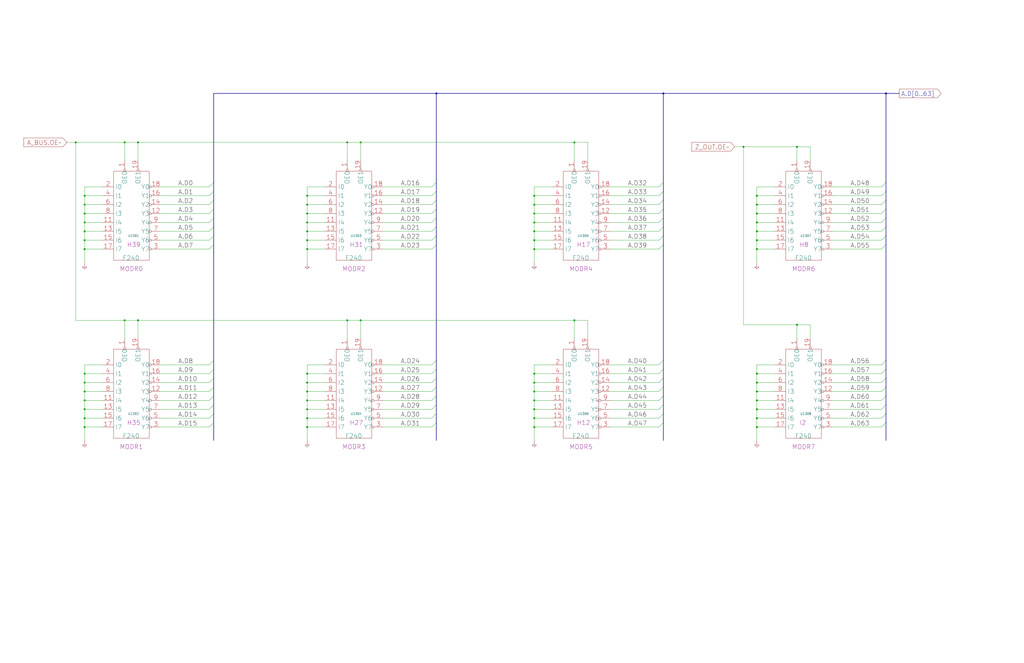
<source format=kicad_sch>
(kicad_sch (version 20220126) (generator eeschema)
  (paper "User" 584.2 378.46)
  (title_block (title "LOOP COUNTER LOGIC\\nZERO DRIVERS") (date "15-MAR-90") (rev "1.0") (comment 1 "TYPE") (comment 2 "232-003062") (comment 3 "S400") (comment 4 "RELEASED"))
  (lib_symbols
    (symbol "r1000:F240" (pin_names (offset 1.016))
      (property "Reference" "U" (at 2.54 5.08 0))
      (property "Value" "F240" (at -3.81 -7.62 0))
      (property "Location" "___" (at -1.27 0 0))
      (property "Name" "______" (at 1.27 -15.24 0))
      (symbol "F240_1_1"
        (rectangle (start -8.89 41.91) (end 11.43 -8.89))
        (circle (center -2.54 42.545) (radius 0.635))
        (circle (center 5.08 42.545) (radius 0.635))
        (circle (center 12.065 -2.54) (radius 0.635))
        (circle (center 12.065 2.54) (radius 0.635))
        (circle (center 12.065 7.62) (radius 0.635))
        (circle (center 12.065 12.7) (radius 0.635))
        (circle (center 12.065 17.78) (radius 0.635))
        (circle (center 12.065 22.86) (radius 0.635))
        (circle (center 12.065 27.94) (radius 0.635))
        (circle (center 12.065 33.02) (radius 0.635))
        (pin input line (at -2.54 48.26 270) (length 5.08) (name "OE0") (number "1"))
        (pin input line (at -15.24 12.7 0) (length 6.35) (name "I4") (number "11"))
        (pin tri_state line (at 17.78 17.78 180) (length 5.08) (name "Y3") (number "12"))
        (pin input line (at -15.24 7.62 0) (length 6.35) (name "I5") (number "13"))
        (pin tri_state line (at 17.78 22.86 180) (length 5.08) (name "Y2") (number "14"))
        (pin input line (at -15.24 2.54 0) (length 6.35) (name "I6") (number "15"))
        (pin tri_state line (at 17.78 27.94 180) (length 5.08) (name "Y1") (number "16"))
        (pin input line (at -15.24 -2.54 0) (length 6.35) (name "I7") (number "17"))
        (pin tri_state line (at 17.78 33.02 180) (length 5.08) (name "Y0") (number "18"))
        (pin input line (at 5.08 48.26 270) (length 5.08) (name "OE1") (number "19"))
        (pin input line (at -15.24 33.02 0) (length 6.35) (name "I0") (number "2"))
        (pin tri_state line (at 17.78 -2.54 180) (length 5.08) (name "Y7") (number "3"))
        (pin input line (at -15.24 27.94 0) (length 6.35) (name "I1") (number "4"))
        (pin tri_state line (at 17.78 2.54 180) (length 5.08) (name "Y6") (number "5"))
        (pin input line (at -15.24 22.86 0) (length 6.35) (name "I2") (number "6"))
        (pin tri_state line (at 17.78 7.62 180) (length 5.08) (name "Y5") (number "7"))
        (pin input line (at -15.24 17.78 0) (length 6.35) (name "I3") (number "8"))
        (pin tri_state line (at 17.78 12.7 180) (length 5.08) (name "Y4") (number "9"))
      )
    )
    (symbol "r1000:PD" (power) (pin_numbers hide) (pin_names hide) (in_bom no)
      (symbol "PD_0_1"
        (polyline (pts (xy 0 -2.54) (xy 1.27 -2.54) (xy 0 -3.81) (xy -1.27 -2.54) (xy 0 -2.54)) (stroke (width 0.1524)))
      )
      (symbol "PD_1_1"
        (pin power_in line (at 0 0 270) (length 2.54) (name "PD") (number "1"))
      )
    )
  )
  (bus (pts (xy 121.92 104.14) (xy 121.92 109.22)))
  (bus (pts (xy 121.92 109.22) (xy 121.92 114.3)))
  (bus (pts (xy 121.92 114.3) (xy 121.92 119.38)))
  (bus (pts (xy 121.92 119.38) (xy 121.92 124.46)))
  (bus (pts (xy 121.92 124.46) (xy 121.92 129.54)))
  (bus (pts (xy 121.92 129.54) (xy 121.92 134.62)))
  (bus (pts (xy 121.92 134.62) (xy 121.92 139.7)))
  (bus (pts (xy 121.92 139.7) (xy 121.92 205.74)))
  (bus (pts (xy 121.92 205.74) (xy 121.92 210.82)))
  (bus (pts (xy 121.92 210.82) (xy 121.92 215.9)))
  (bus (pts (xy 121.92 215.9) (xy 121.92 220.98)))
  (bus (pts (xy 121.92 220.98) (xy 121.92 226.06)))
  (bus (pts (xy 121.92 226.06) (xy 121.92 231.14)))
  (bus (pts (xy 121.92 231.14) (xy 121.92 236.22)))
  (bus (pts (xy 121.92 236.22) (xy 121.92 241.3)))
  (bus (pts (xy 121.92 241.3) (xy 121.92 251.46)))
  (bus (pts (xy 121.92 53.34) (xy 121.92 104.14)))
  (bus (pts (xy 121.92 53.34) (xy 248.92 53.34)))
  (bus (pts (xy 248.92 104.14) (xy 248.92 109.22)))
  (bus (pts (xy 248.92 109.22) (xy 248.92 114.3)))
  (bus (pts (xy 248.92 114.3) (xy 248.92 119.38)))
  (bus (pts (xy 248.92 119.38) (xy 248.92 124.46)))
  (bus (pts (xy 248.92 124.46) (xy 248.92 129.54)))
  (bus (pts (xy 248.92 129.54) (xy 248.92 134.62)))
  (bus (pts (xy 248.92 134.62) (xy 248.92 139.7)))
  (bus (pts (xy 248.92 139.7) (xy 248.92 205.74)))
  (bus (pts (xy 248.92 205.74) (xy 248.92 210.82)))
  (bus (pts (xy 248.92 210.82) (xy 248.92 215.9)))
  (bus (pts (xy 248.92 215.9) (xy 248.92 220.98)))
  (bus (pts (xy 248.92 220.98) (xy 248.92 226.06)))
  (bus (pts (xy 248.92 226.06) (xy 248.92 231.14)))
  (bus (pts (xy 248.92 231.14) (xy 248.92 236.22)))
  (bus (pts (xy 248.92 236.22) (xy 248.92 241.3)))
  (bus (pts (xy 248.92 241.3) (xy 248.92 251.46)))
  (bus (pts (xy 248.92 53.34) (xy 248.92 104.14)))
  (bus (pts (xy 248.92 53.34) (xy 378.46 53.34)))
  (bus (pts (xy 378.46 104.14) (xy 378.46 109.22)))
  (bus (pts (xy 378.46 109.22) (xy 378.46 114.3)))
  (bus (pts (xy 378.46 114.3) (xy 378.46 119.38)))
  (bus (pts (xy 378.46 119.38) (xy 378.46 124.46)))
  (bus (pts (xy 378.46 124.46) (xy 378.46 129.54)))
  (bus (pts (xy 378.46 129.54) (xy 378.46 134.62)))
  (bus (pts (xy 378.46 134.62) (xy 378.46 139.7)))
  (bus (pts (xy 378.46 139.7) (xy 378.46 205.74)))
  (bus (pts (xy 378.46 205.74) (xy 378.46 210.82)))
  (bus (pts (xy 378.46 210.82) (xy 378.46 215.9)))
  (bus (pts (xy 378.46 215.9) (xy 378.46 220.98)))
  (bus (pts (xy 378.46 220.98) (xy 378.46 226.06)))
  (bus (pts (xy 378.46 226.06) (xy 378.46 231.14)))
  (bus (pts (xy 378.46 231.14) (xy 378.46 236.22)))
  (bus (pts (xy 378.46 236.22) (xy 378.46 241.3)))
  (bus (pts (xy 378.46 241.3) (xy 378.46 251.46)))
  (bus (pts (xy 378.46 53.34) (xy 378.46 104.14)))
  (bus (pts (xy 378.46 53.34) (xy 505.46 53.34)))
  (bus (pts (xy 505.46 104.14) (xy 505.46 109.22)))
  (bus (pts (xy 505.46 109.22) (xy 505.46 114.3)))
  (bus (pts (xy 505.46 114.3) (xy 505.46 119.38)))
  (bus (pts (xy 505.46 119.38) (xy 505.46 124.46)))
  (bus (pts (xy 505.46 124.46) (xy 505.46 129.54)))
  (bus (pts (xy 505.46 129.54) (xy 505.46 134.62)))
  (bus (pts (xy 505.46 134.62) (xy 505.46 139.7)))
  (bus (pts (xy 505.46 139.7) (xy 505.46 205.74)))
  (bus (pts (xy 505.46 205.74) (xy 505.46 210.82)))
  (bus (pts (xy 505.46 210.82) (xy 505.46 215.9)))
  (bus (pts (xy 505.46 215.9) (xy 505.46 220.98)))
  (bus (pts (xy 505.46 220.98) (xy 505.46 226.06)))
  (bus (pts (xy 505.46 226.06) (xy 505.46 231.14)))
  (bus (pts (xy 505.46 231.14) (xy 505.46 236.22)))
  (bus (pts (xy 505.46 236.22) (xy 505.46 241.3)))
  (bus (pts (xy 505.46 241.3) (xy 505.46 251.46)))
  (bus (pts (xy 505.46 53.34) (xy 505.46 104.14)))
  (bus (pts (xy 505.46 53.34) (xy 513.08 53.34)))
  (wire (pts (xy 175.26 106.68) (xy 175.26 111.76)))
  (wire (pts (xy 175.26 111.76) (xy 175.26 116.84)))
  (wire (pts (xy 175.26 111.76) (xy 185.42 111.76)))
  (wire (pts (xy 175.26 116.84) (xy 175.26 121.92)))
  (wire (pts (xy 175.26 116.84) (xy 185.42 116.84)))
  (wire (pts (xy 175.26 121.92) (xy 175.26 127)))
  (wire (pts (xy 175.26 121.92) (xy 185.42 121.92)))
  (wire (pts (xy 175.26 127) (xy 175.26 132.08)))
  (wire (pts (xy 175.26 127) (xy 185.42 127)))
  (wire (pts (xy 175.26 132.08) (xy 175.26 137.16)))
  (wire (pts (xy 175.26 132.08) (xy 185.42 132.08)))
  (wire (pts (xy 175.26 137.16) (xy 175.26 142.24)))
  (wire (pts (xy 175.26 137.16) (xy 185.42 137.16)))
  (wire (pts (xy 175.26 142.24) (xy 175.26 149.86)))
  (wire (pts (xy 175.26 142.24) (xy 185.42 142.24)))
  (wire (pts (xy 175.26 208.28) (xy 175.26 213.36)))
  (wire (pts (xy 175.26 213.36) (xy 175.26 218.44)))
  (wire (pts (xy 175.26 213.36) (xy 185.42 213.36)))
  (wire (pts (xy 175.26 218.44) (xy 175.26 223.52)))
  (wire (pts (xy 175.26 218.44) (xy 185.42 218.44)))
  (wire (pts (xy 175.26 223.52) (xy 175.26 228.6)))
  (wire (pts (xy 175.26 223.52) (xy 185.42 223.52)))
  (wire (pts (xy 175.26 228.6) (xy 175.26 233.68)))
  (wire (pts (xy 175.26 228.6) (xy 185.42 228.6)))
  (wire (pts (xy 175.26 233.68) (xy 175.26 238.76)))
  (wire (pts (xy 175.26 233.68) (xy 185.42 233.68)))
  (wire (pts (xy 175.26 238.76) (xy 175.26 243.84)))
  (wire (pts (xy 175.26 238.76) (xy 185.42 238.76)))
  (wire (pts (xy 175.26 243.84) (xy 175.26 251.46)))
  (wire (pts (xy 175.26 243.84) (xy 185.42 243.84)))
  (wire (pts (xy 185.42 106.68) (xy 175.26 106.68)))
  (wire (pts (xy 185.42 208.28) (xy 175.26 208.28)))
  (wire (pts (xy 198.12 182.88) (xy 198.12 193.04)))
  (wire (pts (xy 198.12 182.88) (xy 78.74 182.88)))
  (wire (pts (xy 198.12 81.28) (xy 198.12 91.44)))
  (wire (pts (xy 198.12 81.28) (xy 205.74 81.28)))
  (wire (pts (xy 205.74 182.88) (xy 198.12 182.88)))
  (wire (pts (xy 205.74 182.88) (xy 205.74 193.04)))
  (wire (pts (xy 205.74 81.28) (xy 205.74 91.44)))
  (wire (pts (xy 205.74 81.28) (xy 327.66 81.28)))
  (wire (pts (xy 218.44 106.68) (xy 246.38 106.68)))
  (wire (pts (xy 218.44 111.76) (xy 246.38 111.76)))
  (wire (pts (xy 218.44 116.84) (xy 246.38 116.84)))
  (wire (pts (xy 218.44 121.92) (xy 246.38 121.92)))
  (wire (pts (xy 218.44 127) (xy 246.38 127)))
  (wire (pts (xy 218.44 132.08) (xy 246.38 132.08)))
  (wire (pts (xy 218.44 137.16) (xy 246.38 137.16)))
  (wire (pts (xy 218.44 142.24) (xy 246.38 142.24)))
  (wire (pts (xy 218.44 208.28) (xy 246.38 208.28)))
  (wire (pts (xy 218.44 213.36) (xy 246.38 213.36)))
  (wire (pts (xy 218.44 218.44) (xy 246.38 218.44)))
  (wire (pts (xy 218.44 223.52) (xy 246.38 223.52)))
  (wire (pts (xy 218.44 228.6) (xy 246.38 228.6)))
  (wire (pts (xy 218.44 233.68) (xy 246.38 233.68)))
  (wire (pts (xy 218.44 238.76) (xy 246.38 238.76)))
  (wire (pts (xy 218.44 243.84) (xy 246.38 243.84)))
  (wire (pts (xy 304.8 106.68) (xy 304.8 111.76)))
  (wire (pts (xy 304.8 111.76) (xy 304.8 116.84)))
  (wire (pts (xy 304.8 111.76) (xy 314.96 111.76)))
  (wire (pts (xy 304.8 116.84) (xy 304.8 121.92)))
  (wire (pts (xy 304.8 116.84) (xy 314.96 116.84)))
  (wire (pts (xy 304.8 121.92) (xy 304.8 127)))
  (wire (pts (xy 304.8 121.92) (xy 314.96 121.92)))
  (wire (pts (xy 304.8 127) (xy 304.8 132.08)))
  (wire (pts (xy 304.8 127) (xy 314.96 127)))
  (wire (pts (xy 304.8 132.08) (xy 304.8 137.16)))
  (wire (pts (xy 304.8 132.08) (xy 314.96 132.08)))
  (wire (pts (xy 304.8 137.16) (xy 304.8 142.24)))
  (wire (pts (xy 304.8 137.16) (xy 314.96 137.16)))
  (wire (pts (xy 304.8 142.24) (xy 304.8 149.86)))
  (wire (pts (xy 304.8 142.24) (xy 314.96 142.24)))
  (wire (pts (xy 304.8 208.28) (xy 304.8 213.36)))
  (wire (pts (xy 304.8 213.36) (xy 304.8 218.44)))
  (wire (pts (xy 304.8 213.36) (xy 314.96 213.36)))
  (wire (pts (xy 304.8 218.44) (xy 304.8 223.52)))
  (wire (pts (xy 304.8 218.44) (xy 314.96 218.44)))
  (wire (pts (xy 304.8 223.52) (xy 304.8 228.6)))
  (wire (pts (xy 304.8 223.52) (xy 314.96 223.52)))
  (wire (pts (xy 304.8 228.6) (xy 304.8 233.68)))
  (wire (pts (xy 304.8 228.6) (xy 314.96 228.6)))
  (wire (pts (xy 304.8 233.68) (xy 304.8 238.76)))
  (wire (pts (xy 304.8 233.68) (xy 314.96 233.68)))
  (wire (pts (xy 304.8 238.76) (xy 304.8 243.84)))
  (wire (pts (xy 304.8 238.76) (xy 314.96 238.76)))
  (wire (pts (xy 304.8 243.84) (xy 304.8 251.46)))
  (wire (pts (xy 304.8 243.84) (xy 314.96 243.84)))
  (wire (pts (xy 314.96 106.68) (xy 304.8 106.68)))
  (wire (pts (xy 314.96 208.28) (xy 304.8 208.28)))
  (wire (pts (xy 327.66 182.88) (xy 205.74 182.88)))
  (wire (pts (xy 327.66 182.88) (xy 327.66 193.04)))
  (wire (pts (xy 327.66 81.28) (xy 327.66 91.44)))
  (wire (pts (xy 327.66 81.28) (xy 335.28 81.28)))
  (wire (pts (xy 335.28 182.88) (xy 327.66 182.88)))
  (wire (pts (xy 335.28 182.88) (xy 335.28 193.04)))
  (wire (pts (xy 335.28 81.28) (xy 335.28 91.44)))
  (wire (pts (xy 347.98 106.68) (xy 375.92 106.68)))
  (wire (pts (xy 347.98 111.76) (xy 375.92 111.76)))
  (wire (pts (xy 347.98 116.84) (xy 375.92 116.84)))
  (wire (pts (xy 347.98 121.92) (xy 375.92 121.92)))
  (wire (pts (xy 347.98 127) (xy 375.92 127)))
  (wire (pts (xy 347.98 132.08) (xy 375.92 132.08)))
  (wire (pts (xy 347.98 137.16) (xy 375.92 137.16)))
  (wire (pts (xy 347.98 142.24) (xy 375.92 142.24)))
  (wire (pts (xy 347.98 208.28) (xy 375.92 208.28)))
  (wire (pts (xy 347.98 213.36) (xy 375.92 213.36)))
  (wire (pts (xy 347.98 218.44) (xy 375.92 218.44)))
  (wire (pts (xy 347.98 223.52) (xy 375.92 223.52)))
  (wire (pts (xy 347.98 228.6) (xy 375.92 228.6)))
  (wire (pts (xy 347.98 233.68) (xy 375.92 233.68)))
  (wire (pts (xy 347.98 238.76) (xy 375.92 238.76)))
  (wire (pts (xy 347.98 243.84) (xy 375.92 243.84)))
  (wire (pts (xy 38.1 81.28) (xy 43.18 81.28)))
  (wire (pts (xy 419.1 83.82) (xy 424.18 83.82)))
  (wire (pts (xy 424.18 185.42) (xy 424.18 83.82)))
  (wire (pts (xy 424.18 83.82) (xy 454.66 83.82)))
  (wire (pts (xy 43.18 182.88) (xy 43.18 81.28)))
  (wire (pts (xy 43.18 81.28) (xy 71.12 81.28)))
  (wire (pts (xy 431.8 106.68) (xy 431.8 111.76)))
  (wire (pts (xy 431.8 111.76) (xy 431.8 116.84)))
  (wire (pts (xy 431.8 111.76) (xy 441.96 111.76)))
  (wire (pts (xy 431.8 116.84) (xy 431.8 121.92)))
  (wire (pts (xy 431.8 116.84) (xy 441.96 116.84)))
  (wire (pts (xy 431.8 121.92) (xy 431.8 127)))
  (wire (pts (xy 431.8 121.92) (xy 441.96 121.92)))
  (wire (pts (xy 431.8 127) (xy 431.8 132.08)))
  (wire (pts (xy 431.8 127) (xy 441.96 127)))
  (wire (pts (xy 431.8 132.08) (xy 431.8 137.16)))
  (wire (pts (xy 431.8 132.08) (xy 441.96 132.08)))
  (wire (pts (xy 431.8 137.16) (xy 431.8 142.24)))
  (wire (pts (xy 431.8 137.16) (xy 441.96 137.16)))
  (wire (pts (xy 431.8 142.24) (xy 431.8 149.86)))
  (wire (pts (xy 431.8 142.24) (xy 441.96 142.24)))
  (wire (pts (xy 431.8 208.28) (xy 431.8 213.36)))
  (wire (pts (xy 431.8 213.36) (xy 431.8 218.44)))
  (wire (pts (xy 431.8 213.36) (xy 441.96 213.36)))
  (wire (pts (xy 431.8 218.44) (xy 431.8 223.52)))
  (wire (pts (xy 431.8 218.44) (xy 441.96 218.44)))
  (wire (pts (xy 431.8 223.52) (xy 431.8 228.6)))
  (wire (pts (xy 431.8 223.52) (xy 441.96 223.52)))
  (wire (pts (xy 431.8 228.6) (xy 431.8 233.68)))
  (wire (pts (xy 431.8 228.6) (xy 441.96 228.6)))
  (wire (pts (xy 431.8 233.68) (xy 431.8 238.76)))
  (wire (pts (xy 431.8 233.68) (xy 441.96 233.68)))
  (wire (pts (xy 431.8 238.76) (xy 431.8 243.84)))
  (wire (pts (xy 431.8 238.76) (xy 441.96 238.76)))
  (wire (pts (xy 431.8 243.84) (xy 431.8 251.46)))
  (wire (pts (xy 431.8 243.84) (xy 441.96 243.84)))
  (wire (pts (xy 441.96 106.68) (xy 431.8 106.68)))
  (wire (pts (xy 441.96 208.28) (xy 431.8 208.28)))
  (wire (pts (xy 454.66 185.42) (xy 424.18 185.42)))
  (wire (pts (xy 454.66 185.42) (xy 454.66 193.04)))
  (wire (pts (xy 454.66 83.82) (xy 454.66 91.44)))
  (wire (pts (xy 454.66 83.82) (xy 462.28 83.82)))
  (wire (pts (xy 462.28 185.42) (xy 454.66 185.42)))
  (wire (pts (xy 462.28 185.42) (xy 462.28 193.04)))
  (wire (pts (xy 462.28 83.82) (xy 462.28 91.44)))
  (wire (pts (xy 474.98 106.68) (xy 502.92 106.68)))
  (wire (pts (xy 474.98 111.76) (xy 502.92 111.76)))
  (wire (pts (xy 474.98 116.84) (xy 502.92 116.84)))
  (wire (pts (xy 474.98 121.92) (xy 502.92 121.92)))
  (wire (pts (xy 474.98 127) (xy 502.92 127)))
  (wire (pts (xy 474.98 132.08) (xy 502.92 132.08)))
  (wire (pts (xy 474.98 137.16) (xy 502.92 137.16)))
  (wire (pts (xy 474.98 142.24) (xy 502.92 142.24)))
  (wire (pts (xy 474.98 208.28) (xy 502.92 208.28)))
  (wire (pts (xy 474.98 213.36) (xy 502.92 213.36)))
  (wire (pts (xy 474.98 218.44) (xy 502.92 218.44)))
  (wire (pts (xy 474.98 223.52) (xy 502.92 223.52)))
  (wire (pts (xy 474.98 228.6) (xy 502.92 228.6)))
  (wire (pts (xy 474.98 233.68) (xy 502.92 233.68)))
  (wire (pts (xy 474.98 238.76) (xy 502.92 238.76)))
  (wire (pts (xy 474.98 243.84) (xy 502.92 243.84)))
  (wire (pts (xy 48.26 106.68) (xy 48.26 111.76)))
  (wire (pts (xy 48.26 111.76) (xy 48.26 116.84)))
  (wire (pts (xy 48.26 111.76) (xy 58.42 111.76)))
  (wire (pts (xy 48.26 116.84) (xy 48.26 121.92)))
  (wire (pts (xy 48.26 116.84) (xy 58.42 116.84)))
  (wire (pts (xy 48.26 121.92) (xy 48.26 127)))
  (wire (pts (xy 48.26 121.92) (xy 58.42 121.92)))
  (wire (pts (xy 48.26 127) (xy 48.26 132.08)))
  (wire (pts (xy 48.26 127) (xy 58.42 127)))
  (wire (pts (xy 48.26 132.08) (xy 48.26 137.16)))
  (wire (pts (xy 48.26 132.08) (xy 58.42 132.08)))
  (wire (pts (xy 48.26 137.16) (xy 48.26 142.24)))
  (wire (pts (xy 48.26 137.16) (xy 58.42 137.16)))
  (wire (pts (xy 48.26 142.24) (xy 48.26 149.86)))
  (wire (pts (xy 48.26 142.24) (xy 58.42 142.24)))
  (wire (pts (xy 48.26 208.28) (xy 48.26 213.36)))
  (wire (pts (xy 48.26 213.36) (xy 48.26 218.44)))
  (wire (pts (xy 48.26 213.36) (xy 58.42 213.36)))
  (wire (pts (xy 48.26 218.44) (xy 48.26 223.52)))
  (wire (pts (xy 48.26 218.44) (xy 58.42 218.44)))
  (wire (pts (xy 48.26 223.52) (xy 48.26 228.6)))
  (wire (pts (xy 48.26 223.52) (xy 58.42 223.52)))
  (wire (pts (xy 48.26 228.6) (xy 48.26 233.68)))
  (wire (pts (xy 48.26 228.6) (xy 58.42 228.6)))
  (wire (pts (xy 48.26 233.68) (xy 48.26 238.76)))
  (wire (pts (xy 48.26 233.68) (xy 58.42 233.68)))
  (wire (pts (xy 48.26 238.76) (xy 48.26 243.84)))
  (wire (pts (xy 48.26 238.76) (xy 58.42 238.76)))
  (wire (pts (xy 48.26 243.84) (xy 48.26 251.46)))
  (wire (pts (xy 48.26 243.84) (xy 58.42 243.84)))
  (wire (pts (xy 58.42 106.68) (xy 48.26 106.68)))
  (wire (pts (xy 58.42 208.28) (xy 48.26 208.28)))
  (wire (pts (xy 71.12 182.88) (xy 43.18 182.88)))
  (wire (pts (xy 71.12 182.88) (xy 71.12 193.04)))
  (wire (pts (xy 71.12 81.28) (xy 71.12 91.44)))
  (wire (pts (xy 71.12 81.28) (xy 78.74 81.28)))
  (wire (pts (xy 78.74 182.88) (xy 71.12 182.88)))
  (wire (pts (xy 78.74 182.88) (xy 78.74 193.04)))
  (wire (pts (xy 78.74 81.28) (xy 198.12 81.28)))
  (wire (pts (xy 78.74 81.28) (xy 78.74 91.44)))
  (wire (pts (xy 91.44 106.68) (xy 119.38 106.68)))
  (wire (pts (xy 91.44 111.76) (xy 119.38 111.76)))
  (wire (pts (xy 91.44 116.84) (xy 119.38 116.84)))
  (wire (pts (xy 91.44 121.92) (xy 119.38 121.92)))
  (wire (pts (xy 91.44 127) (xy 119.38 127)))
  (wire (pts (xy 91.44 132.08) (xy 119.38 132.08)))
  (wire (pts (xy 91.44 137.16) (xy 119.38 137.16)))
  (wire (pts (xy 91.44 142.24) (xy 119.38 142.24)))
  (wire (pts (xy 91.44 208.28) (xy 119.38 208.28)))
  (wire (pts (xy 91.44 213.36) (xy 119.38 213.36)))
  (wire (pts (xy 91.44 218.44) (xy 119.38 218.44)))
  (wire (pts (xy 91.44 223.52) (xy 119.38 223.52)))
  (wire (pts (xy 91.44 228.6) (xy 119.38 228.6)))
  (wire (pts (xy 91.44 233.68) (xy 119.38 233.68)))
  (wire (pts (xy 91.44 238.76) (xy 119.38 238.76)))
  (wire (pts (xy 91.44 243.84) (xy 119.38 243.84)))
  (global_label "A_BUS.OE~" (shape input) (at 38.1 81.28 180) (effects (font (size 2.54 2.54))) (property "Intersheet References" "${INTERSHEET_REFS}" (at 13.5588 81.1213 0) (effects (font (size 2.54 2.54)) (justify right))))
  (junction (at 43.18 81.28))
  (junction (at 48.26 111.76))
  (junction (at 48.26 116.84))
  (junction (at 48.26 121.92))
  (junction (at 48.26 127))
  (junction (at 48.26 132.08))
  (junction (at 48.26 137.16))
  (junction (at 48.26 142.24))
  (symbol (lib_id "r1000:PD") (at 48.26 149.86 0) (unit 1) (in_bom no)
    (property "Reference" "#PWR01301" (effects hide))
    (property "Value" "PD" (effects hide))
  )
  (junction (at 48.26 213.36))
  (junction (at 48.26 218.44))
  (junction (at 48.26 223.52))
  (junction (at 48.26 228.6))
  (junction (at 48.26 233.68))
  (junction (at 48.26 238.76))
  (junction (at 48.26 243.84))
  (symbol (lib_id "r1000:PD") (at 48.26 251.46 0) (unit 1) (in_bom no)
    (property "Reference" "#PWR01302" (effects hide))
    (property "Value" "PD" (effects hide))
  )
  (junction (at 71.12 81.28))
  (junction (at 71.12 182.88))
  (symbol (lib_id "r1000:F240") (at 73.66 139.7 0) (unit 1)
    (property "Reference" "U1301" (at 76.2 134.62 0))
    (property "Value" "F240" (at 69.85 147.32 0) (effects (font (size 2.54 2.54)) (justify left)))
    (property "Location" "H39" (at 72.39 139.7 0) (effects (font (size 2.54 2.54)) (justify left)))
    (property "Name" "MODR0" (at 74.93 154.94 0) (effects (font (size 2.54 2.54)) (justify bottom)))
  )
  (symbol (lib_id "r1000:F240") (at 73.66 241.3 0) (unit 1)
    (property "Reference" "U1302" (at 76.2 236.22 0))
    (property "Value" "F240" (at 69.85 248.92 0) (effects (font (size 2.54 2.54)) (justify left)))
    (property "Location" "H35" (at 72.39 241.3 0) (effects (font (size 2.54 2.54)) (justify left)))
    (property "Name" "MODR1" (at 74.93 256.54 0) (effects (font (size 2.54 2.54)) (justify bottom)))
  )
  (junction (at 78.74 81.28))
  (junction (at 78.74 182.88))
  (label "A.D0" (at 101.6 106.68 0) (effects (font (size 2.54 2.54))))
  (label "A.D1" (at 101.6 111.76 0) (effects (font (size 2.54 2.54))))
  (label "A.D2" (at 101.6 116.84 0) (effects (font (size 2.54 2.54))))
  (label "A.D3" (at 101.6 121.92 0) (effects (font (size 2.54 2.54))))
  (label "A.D4" (at 101.6 127 0) (effects (font (size 2.54 2.54))))
  (label "A.D5" (at 101.6 132.08 0) (effects (font (size 2.54 2.54))))
  (label "A.D6" (at 101.6 137.16 0) (effects (font (size 2.54 2.54))))
  (label "A.D7" (at 101.6 142.24 0) (effects (font (size 2.54 2.54))))
  (label "A.D8" (at 101.6 208.28 0) (effects (font (size 2.54 2.54))))
  (label "A.D9" (at 101.6 213.36 0) (effects (font (size 2.54 2.54))))
  (label "A.D10" (at 101.6 218.44 0) (effects (font (size 2.54 2.54))))
  (label "A.D11" (at 101.6 223.52 0) (effects (font (size 2.54 2.54))))
  (label "A.D12" (at 101.6 228.6 0) (effects (font (size 2.54 2.54))))
  (label "A.D13" (at 101.6 233.68 0) (effects (font (size 2.54 2.54))))
  (label "A.D14" (at 101.6 238.76 0) (effects (font (size 2.54 2.54))))
  (label "A.D15" (at 101.6 243.84 0) (effects (font (size 2.54 2.54))))
  (bus_entry (at 121.92 104.14) (size -2.54 2.54))
  (bus_entry (at 121.92 109.22) (size -2.54 2.54))
  (bus_entry (at 121.92 114.3) (size -2.54 2.54))
  (bus_entry (at 121.92 119.38) (size -2.54 2.54))
  (bus_entry (at 121.92 124.46) (size -2.54 2.54))
  (bus_entry (at 121.92 129.54) (size -2.54 2.54))
  (bus_entry (at 121.92 134.62) (size -2.54 2.54))
  (bus_entry (at 121.92 139.7) (size -2.54 2.54))
  (bus_entry (at 121.92 205.74) (size -2.54 2.54))
  (bus_entry (at 121.92 210.82) (size -2.54 2.54))
  (bus_entry (at 121.92 215.9) (size -2.54 2.54))
  (bus_entry (at 121.92 220.98) (size -2.54 2.54))
  (bus_entry (at 121.92 226.06) (size -2.54 2.54))
  (bus_entry (at 121.92 231.14) (size -2.54 2.54))
  (bus_entry (at 121.92 236.22) (size -2.54 2.54))
  (bus_entry (at 121.92 241.3) (size -2.54 2.54))
  (junction (at 175.26 111.76))
  (junction (at 175.26 116.84))
  (junction (at 175.26 121.92))
  (junction (at 175.26 127))
  (junction (at 175.26 132.08))
  (junction (at 175.26 137.16))
  (junction (at 175.26 142.24))
  (symbol (lib_id "r1000:PD") (at 175.26 149.86 0) (unit 1) (in_bom no)
    (property "Reference" "#PWR01303" (effects hide))
    (property "Value" "PD" (effects hide))
  )
  (junction (at 175.26 213.36))
  (junction (at 175.26 218.44))
  (junction (at 175.26 223.52))
  (junction (at 175.26 228.6))
  (junction (at 175.26 233.68))
  (junction (at 175.26 238.76))
  (junction (at 175.26 243.84))
  (symbol (lib_id "r1000:PD") (at 175.26 251.46 0) (unit 1) (in_bom no)
    (property "Reference" "#PWR01304" (effects hide))
    (property "Value" "PD" (effects hide))
  )
  (junction (at 198.12 81.28))
  (junction (at 198.12 182.88))
  (symbol (lib_id "r1000:F240") (at 200.66 139.7 0) (unit 1)
    (property "Reference" "U1303" (at 203.2 134.62 0))
    (property "Value" "F240" (at 196.85 147.32 0) (effects (font (size 2.54 2.54)) (justify left)))
    (property "Location" "H31" (at 199.39 139.7 0) (effects (font (size 2.54 2.54)) (justify left)))
    (property "Name" "MODR2" (at 201.93 154.94 0) (effects (font (size 2.54 2.54)) (justify bottom)))
  )
  (symbol (lib_id "r1000:F240") (at 200.66 241.3 0) (unit 1)
    (property "Reference" "U1304" (at 203.2 236.22 0))
    (property "Value" "F240" (at 196.85 248.92 0) (effects (font (size 2.54 2.54)) (justify left)))
    (property "Location" "H27" (at 199.39 241.3 0) (effects (font (size 2.54 2.54)) (justify left)))
    (property "Name" "MODR3" (at 201.93 256.54 0) (effects (font (size 2.54 2.54)) (justify bottom)))
  )
  (junction (at 205.74 81.28))
  (junction (at 205.74 182.88))
  (label "A.D16" (at 228.6 106.68 0) (effects (font (size 2.54 2.54))))
  (label "A.D17" (at 228.6 111.76 0) (effects (font (size 2.54 2.54))))
  (label "A.D18" (at 228.6 116.84 0) (effects (font (size 2.54 2.54))))
  (label "A.D19" (at 228.6 121.92 0) (effects (font (size 2.54 2.54))))
  (label "A.D20" (at 228.6 127 0) (effects (font (size 2.54 2.54))))
  (label "A.D21" (at 228.6 132.08 0) (effects (font (size 2.54 2.54))))
  (label "A.D22" (at 228.6 137.16 0) (effects (font (size 2.54 2.54))))
  (label "A.D23" (at 228.6 142.24 0) (effects (font (size 2.54 2.54))))
  (label "A.D24" (at 228.6 208.28 0) (effects (font (size 2.54 2.54))))
  (label "A.D25" (at 228.6 213.36 0) (effects (font (size 2.54 2.54))))
  (label "A.D26" (at 228.6 218.44 0) (effects (font (size 2.54 2.54))))
  (label "A.D27" (at 228.6 223.52 0) (effects (font (size 2.54 2.54))))
  (label "A.D28" (at 228.6 228.6 0) (effects (font (size 2.54 2.54))))
  (label "A.D29" (at 228.6 233.68 0) (effects (font (size 2.54 2.54))))
  (label "A.D30" (at 228.6 238.76 0) (effects (font (size 2.54 2.54))))
  (label "A.D31" (at 228.6 243.84 0) (effects (font (size 2.54 2.54))))
  (junction (at 248.92 53.34))
  (bus_entry (at 248.92 104.14) (size -2.54 2.54))
  (bus_entry (at 248.92 109.22) (size -2.54 2.54))
  (bus_entry (at 248.92 114.3) (size -2.54 2.54))
  (bus_entry (at 248.92 119.38) (size -2.54 2.54))
  (bus_entry (at 248.92 124.46) (size -2.54 2.54))
  (bus_entry (at 248.92 129.54) (size -2.54 2.54))
  (bus_entry (at 248.92 134.62) (size -2.54 2.54))
  (bus_entry (at 248.92 139.7) (size -2.54 2.54))
  (bus_entry (at 248.92 205.74) (size -2.54 2.54))
  (bus_entry (at 248.92 210.82) (size -2.54 2.54))
  (bus_entry (at 248.92 215.9) (size -2.54 2.54))
  (bus_entry (at 248.92 220.98) (size -2.54 2.54))
  (bus_entry (at 248.92 226.06) (size -2.54 2.54))
  (bus_entry (at 248.92 231.14) (size -2.54 2.54))
  (bus_entry (at 248.92 236.22) (size -2.54 2.54))
  (bus_entry (at 248.92 241.3) (size -2.54 2.54))
  (junction (at 304.8 111.76))
  (junction (at 304.8 116.84))
  (junction (at 304.8 121.92))
  (junction (at 304.8 127))
  (junction (at 304.8 132.08))
  (junction (at 304.8 137.16))
  (junction (at 304.8 142.24))
  (symbol (lib_id "r1000:PD") (at 304.8 149.86 0) (unit 1) (in_bom no)
    (property "Reference" "#PWR01305" (effects hide))
    (property "Value" "PD" (effects hide))
  )
  (junction (at 304.8 213.36))
  (junction (at 304.8 218.44))
  (junction (at 304.8 223.52))
  (junction (at 304.8 228.6))
  (junction (at 304.8 233.68))
  (junction (at 304.8 238.76))
  (junction (at 304.8 243.84))
  (symbol (lib_id "r1000:PD") (at 304.8 251.46 0) (unit 1) (in_bom no)
    (property "Reference" "#PWR01306" (effects hide))
    (property "Value" "PD" (effects hide))
  )
  (junction (at 327.66 81.28))
  (junction (at 327.66 182.88))
  (symbol (lib_id "r1000:F240") (at 330.2 139.7 0) (unit 1)
    (property "Reference" "U1305" (at 332.74 134.62 0))
    (property "Value" "F240" (at 326.39 147.32 0) (effects (font (size 2.54 2.54)) (justify left)))
    (property "Location" "H17" (at 328.93 139.7 0) (effects (font (size 2.54 2.54)) (justify left)))
    (property "Name" "MODR4" (at 331.47 154.94 0) (effects (font (size 2.54 2.54)) (justify bottom)))
  )
  (symbol (lib_id "r1000:F240") (at 330.2 241.3 0) (unit 1)
    (property "Reference" "U1306" (at 332.74 236.22 0))
    (property "Value" "F240" (at 326.39 248.92 0) (effects (font (size 2.54 2.54)) (justify left)))
    (property "Location" "H12" (at 328.93 241.3 0) (effects (font (size 2.54 2.54)) (justify left)))
    (property "Name" "MODR5" (at 331.47 256.54 0) (effects (font (size 2.54 2.54)) (justify bottom)))
  )
  (label "A.D32" (at 358.14 106.68 0) (effects (font (size 2.54 2.54))))
  (label "A.D33" (at 358.14 111.76 0) (effects (font (size 2.54 2.54))))
  (label "A.D34" (at 358.14 116.84 0) (effects (font (size 2.54 2.54))))
  (label "A.D35" (at 358.14 121.92 0) (effects (font (size 2.54 2.54))))
  (label "A.D36" (at 358.14 127 0) (effects (font (size 2.54 2.54))))
  (label "A.D37" (at 358.14 132.08 0) (effects (font (size 2.54 2.54))))
  (label "A.D38" (at 358.14 137.16 0) (effects (font (size 2.54 2.54))))
  (label "A.D39" (at 358.14 142.24 0) (effects (font (size 2.54 2.54))))
  (label "A.D40" (at 358.14 208.28 0) (effects (font (size 2.54 2.54))))
  (label "A.D41" (at 358.14 213.36 0) (effects (font (size 2.54 2.54))))
  (label "A.D42" (at 358.14 218.44 0) (effects (font (size 2.54 2.54))))
  (label "A.D43" (at 358.14 223.52 0) (effects (font (size 2.54 2.54))))
  (label "A.D44" (at 358.14 228.6 0) (effects (font (size 2.54 2.54))))
  (label "A.D45" (at 358.14 233.68 0) (effects (font (size 2.54 2.54))))
  (label "A.D46" (at 358.14 238.76 0) (effects (font (size 2.54 2.54))))
  (label "A.D47" (at 358.14 243.84 0) (effects (font (size 2.54 2.54))))
  (junction (at 378.46 53.34))
  (bus_entry (at 378.46 104.14) (size -2.54 2.54))
  (bus_entry (at 378.46 109.22) (size -2.54 2.54))
  (bus_entry (at 378.46 114.3) (size -2.54 2.54))
  (bus_entry (at 378.46 119.38) (size -2.54 2.54))
  (bus_entry (at 378.46 124.46) (size -2.54 2.54))
  (bus_entry (at 378.46 129.54) (size -2.54 2.54))
  (bus_entry (at 378.46 134.62) (size -2.54 2.54))
  (bus_entry (at 378.46 139.7) (size -2.54 2.54))
  (bus_entry (at 378.46 205.74) (size -2.54 2.54))
  (bus_entry (at 378.46 210.82) (size -2.54 2.54))
  (bus_entry (at 378.46 215.9) (size -2.54 2.54))
  (bus_entry (at 378.46 220.98) (size -2.54 2.54))
  (bus_entry (at 378.46 226.06) (size -2.54 2.54))
  (bus_entry (at 378.46 231.14) (size -2.54 2.54))
  (bus_entry (at 378.46 236.22) (size -2.54 2.54))
  (bus_entry (at 378.46 241.3) (size -2.54 2.54))
  (global_label "Z_OUT.OE~" (shape input) (at 419.1 83.82 180) (effects (font (size 2.54 2.54))) (property "Intersheet References" "${INTERSHEET_REFS}" (at 394.6797 83.6613 0) (effects (font (size 2.54 2.54)) (justify right))))
  (junction (at 424.18 83.82))
  (junction (at 431.8 111.76))
  (junction (at 431.8 116.84))
  (junction (at 431.8 121.92))
  (junction (at 431.8 127))
  (junction (at 431.8 132.08))
  (junction (at 431.8 137.16))
  (junction (at 431.8 142.24))
  (symbol (lib_id "r1000:PD") (at 431.8 149.86 0) (unit 1) (in_bom no)
    (property "Reference" "#PWR01307" (effects hide))
    (property "Value" "PD" (effects hide))
  )
  (junction (at 431.8 213.36))
  (junction (at 431.8 218.44))
  (junction (at 431.8 223.52))
  (junction (at 431.8 228.6))
  (junction (at 431.8 233.68))
  (junction (at 431.8 238.76))
  (junction (at 431.8 243.84))
  (symbol (lib_id "r1000:PD") (at 431.8 251.46 0) (unit 1) (in_bom no)
    (property "Reference" "#PWR01308" (effects hide))
    (property "Value" "PD" (effects hide))
  )
  (junction (at 454.66 83.82))
  (junction (at 454.66 185.42))
  (symbol (lib_id "r1000:F240") (at 457.2 139.7 0) (unit 1)
    (property "Reference" "U1307" (at 459.74 134.62 0))
    (property "Value" "F240" (at 453.39 147.32 0) (effects (font (size 2.54 2.54)) (justify left)))
    (property "Location" "H8" (at 455.93 139.7 0) (effects (font (size 2.54 2.54)) (justify left)))
    (property "Name" "MODR6" (at 458.47 154.94 0) (effects (font (size 2.54 2.54)) (justify bottom)))
  )
  (symbol (lib_id "r1000:F240") (at 457.2 241.3 0) (unit 1)
    (property "Reference" "U1308" (at 459.74 236.22 0))
    (property "Value" "F240" (at 453.39 248.92 0) (effects (font (size 2.54 2.54)) (justify left)))
    (property "Location" "I2" (at 455.93 241.3 0) (effects (font (size 2.54 2.54)) (justify left)))
    (property "Name" "MODR7" (at 458.47 256.54 0) (effects (font (size 2.54 2.54)) (justify bottom)))
  )
  (label "A.D48" (at 485.14 106.68 0) (effects (font (size 2.54 2.54))))
  (label "A.D49" (at 485.14 111.76 0) (effects (font (size 2.54 2.54))))
  (label "A.D50" (at 485.14 116.84 0) (effects (font (size 2.54 2.54))))
  (label "A.D51" (at 485.14 121.92 0) (effects (font (size 2.54 2.54))))
  (label "A.D52" (at 485.14 127 0) (effects (font (size 2.54 2.54))))
  (label "A.D53" (at 485.14 132.08 0) (effects (font (size 2.54 2.54))))
  (label "A.D54" (at 485.14 137.16 0) (effects (font (size 2.54 2.54))))
  (label "A.D55" (at 485.14 142.24 0) (effects (font (size 2.54 2.54))))
  (label "A.D56" (at 485.14 208.28 0) (effects (font (size 2.54 2.54))))
  (label "A.D57" (at 485.14 213.36 0) (effects (font (size 2.54 2.54))))
  (label "A.D58" (at 485.14 218.44 0) (effects (font (size 2.54 2.54))))
  (label "A.D59" (at 485.14 223.52 0) (effects (font (size 2.54 2.54))))
  (label "A.D60" (at 485.14 228.6 0) (effects (font (size 2.54 2.54))))
  (label "A.D61" (at 485.14 233.68 0) (effects (font (size 2.54 2.54))))
  (label "A.D62" (at 485.14 238.76 0) (effects (font (size 2.54 2.54))))
  (label "A.D63" (at 485.14 243.84 0) (effects (font (size 2.54 2.54))))
  (junction (at 505.46 53.34))
  (bus_entry (at 505.46 104.14) (size -2.54 2.54))
  (bus_entry (at 505.46 109.22) (size -2.54 2.54))
  (bus_entry (at 505.46 114.3) (size -2.54 2.54))
  (bus_entry (at 505.46 119.38) (size -2.54 2.54))
  (bus_entry (at 505.46 124.46) (size -2.54 2.54))
  (bus_entry (at 505.46 129.54) (size -2.54 2.54))
  (bus_entry (at 505.46 134.62) (size -2.54 2.54))
  (bus_entry (at 505.46 139.7) (size -2.54 2.54))
  (bus_entry (at 505.46 205.74) (size -2.54 2.54))
  (bus_entry (at 505.46 210.82) (size -2.54 2.54))
  (bus_entry (at 505.46 215.9) (size -2.54 2.54))
  (bus_entry (at 505.46 220.98) (size -2.54 2.54))
  (bus_entry (at 505.46 226.06) (size -2.54 2.54))
  (bus_entry (at 505.46 231.14) (size -2.54 2.54))
  (bus_entry (at 505.46 236.22) (size -2.54 2.54))
  (bus_entry (at 505.46 241.3) (size -2.54 2.54))
  (global_label "A.D[0..63]" (shape output) (at 513.08 53.34 0) (effects (font (size 2.54 2.54))) (property "Intersheet References" "${INTERSHEET_REFS}" (at 536.8955 53.1813 0) (effects (font (size 2.54 2.54)) (justify left))))
)
</source>
